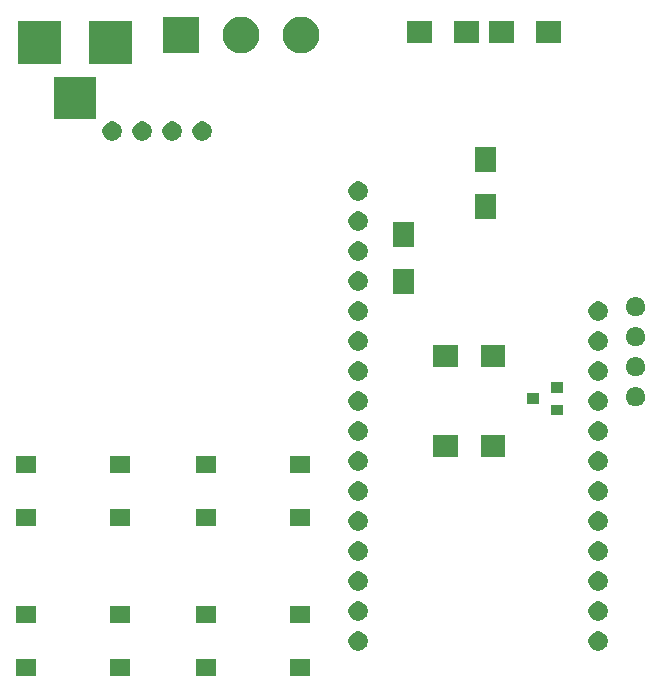
<source format=gbr>
G04 #@! TF.GenerationSoftware,KiCad,Pcbnew,(5.1.0)-1*
G04 #@! TF.CreationDate,2019-06-12T13:49:38+02:00*
G04 #@! TF.ProjectId,me-freeled,6d652d66-7265-4656-9c65-642e6b696361,rev?*
G04 #@! TF.SameCoordinates,Original*
G04 #@! TF.FileFunction,Soldermask,Top*
G04 #@! TF.FilePolarity,Negative*
%FSLAX46Y46*%
G04 Gerber Fmt 4.6, Leading zero omitted, Abs format (unit mm)*
G04 Created by KiCad (PCBNEW (5.1.0)-1) date 2019-06-12 13:49:38*
%MOMM*%
%LPD*%
G04 APERTURE LIST*
%ADD10C,0.100000*%
G04 APERTURE END LIST*
D10*
G36*
X51791000Y-112171000D02*
G01*
X50139000Y-112171000D01*
X50139000Y-110769000D01*
X51791000Y-110769000D01*
X51791000Y-112171000D01*
X51791000Y-112171000D01*
G37*
G36*
X43841000Y-112171000D02*
G01*
X42189000Y-112171000D01*
X42189000Y-110769000D01*
X43841000Y-110769000D01*
X43841000Y-112171000D01*
X43841000Y-112171000D01*
G37*
G36*
X36551000Y-112171000D02*
G01*
X34899000Y-112171000D01*
X34899000Y-110769000D01*
X36551000Y-110769000D01*
X36551000Y-112171000D01*
X36551000Y-112171000D01*
G37*
G36*
X28601000Y-112171000D02*
G01*
X26949000Y-112171000D01*
X26949000Y-110769000D01*
X28601000Y-110769000D01*
X28601000Y-112171000D01*
X28601000Y-112171000D01*
G37*
G36*
X56117142Y-108438242D02*
G01*
X56265101Y-108499529D01*
X56398255Y-108588499D01*
X56511501Y-108701745D01*
X56600471Y-108834899D01*
X56661758Y-108982858D01*
X56693000Y-109139925D01*
X56693000Y-109300075D01*
X56661758Y-109457142D01*
X56600471Y-109605101D01*
X56511501Y-109738255D01*
X56398255Y-109851501D01*
X56265101Y-109940471D01*
X56117142Y-110001758D01*
X55960075Y-110033000D01*
X55799925Y-110033000D01*
X55642858Y-110001758D01*
X55494899Y-109940471D01*
X55361745Y-109851501D01*
X55248499Y-109738255D01*
X55159529Y-109605101D01*
X55098242Y-109457142D01*
X55067000Y-109300075D01*
X55067000Y-109139925D01*
X55098242Y-108982858D01*
X55159529Y-108834899D01*
X55248499Y-108701745D01*
X55361745Y-108588499D01*
X55494899Y-108499529D01*
X55642858Y-108438242D01*
X55799925Y-108407000D01*
X55960075Y-108407000D01*
X56117142Y-108438242D01*
X56117142Y-108438242D01*
G37*
G36*
X76437142Y-108438242D02*
G01*
X76585101Y-108499529D01*
X76718255Y-108588499D01*
X76831501Y-108701745D01*
X76920471Y-108834899D01*
X76981758Y-108982858D01*
X77013000Y-109139925D01*
X77013000Y-109300075D01*
X76981758Y-109457142D01*
X76920471Y-109605101D01*
X76831501Y-109738255D01*
X76718255Y-109851501D01*
X76585101Y-109940471D01*
X76437142Y-110001758D01*
X76280075Y-110033000D01*
X76119925Y-110033000D01*
X75962858Y-110001758D01*
X75814899Y-109940471D01*
X75681745Y-109851501D01*
X75568499Y-109738255D01*
X75479529Y-109605101D01*
X75418242Y-109457142D01*
X75387000Y-109300075D01*
X75387000Y-109139925D01*
X75418242Y-108982858D01*
X75479529Y-108834899D01*
X75568499Y-108701745D01*
X75681745Y-108588499D01*
X75814899Y-108499529D01*
X75962858Y-108438242D01*
X76119925Y-108407000D01*
X76280075Y-108407000D01*
X76437142Y-108438242D01*
X76437142Y-108438242D01*
G37*
G36*
X43841000Y-107671000D02*
G01*
X42189000Y-107671000D01*
X42189000Y-106269000D01*
X43841000Y-106269000D01*
X43841000Y-107671000D01*
X43841000Y-107671000D01*
G37*
G36*
X36551000Y-107671000D02*
G01*
X34899000Y-107671000D01*
X34899000Y-106269000D01*
X36551000Y-106269000D01*
X36551000Y-107671000D01*
X36551000Y-107671000D01*
G37*
G36*
X28601000Y-107671000D02*
G01*
X26949000Y-107671000D01*
X26949000Y-106269000D01*
X28601000Y-106269000D01*
X28601000Y-107671000D01*
X28601000Y-107671000D01*
G37*
G36*
X51791000Y-107671000D02*
G01*
X50139000Y-107671000D01*
X50139000Y-106269000D01*
X51791000Y-106269000D01*
X51791000Y-107671000D01*
X51791000Y-107671000D01*
G37*
G36*
X76437142Y-105898242D02*
G01*
X76585101Y-105959529D01*
X76718255Y-106048499D01*
X76831501Y-106161745D01*
X76920471Y-106294899D01*
X76981758Y-106442858D01*
X77013000Y-106599925D01*
X77013000Y-106760075D01*
X76981758Y-106917142D01*
X76920471Y-107065101D01*
X76831501Y-107198255D01*
X76718255Y-107311501D01*
X76585101Y-107400471D01*
X76437142Y-107461758D01*
X76280075Y-107493000D01*
X76119925Y-107493000D01*
X75962858Y-107461758D01*
X75814899Y-107400471D01*
X75681745Y-107311501D01*
X75568499Y-107198255D01*
X75479529Y-107065101D01*
X75418242Y-106917142D01*
X75387000Y-106760075D01*
X75387000Y-106599925D01*
X75418242Y-106442858D01*
X75479529Y-106294899D01*
X75568499Y-106161745D01*
X75681745Y-106048499D01*
X75814899Y-105959529D01*
X75962858Y-105898242D01*
X76119925Y-105867000D01*
X76280075Y-105867000D01*
X76437142Y-105898242D01*
X76437142Y-105898242D01*
G37*
G36*
X56117142Y-105898242D02*
G01*
X56265101Y-105959529D01*
X56398255Y-106048499D01*
X56511501Y-106161745D01*
X56600471Y-106294899D01*
X56661758Y-106442858D01*
X56693000Y-106599925D01*
X56693000Y-106760075D01*
X56661758Y-106917142D01*
X56600471Y-107065101D01*
X56511501Y-107198255D01*
X56398255Y-107311501D01*
X56265101Y-107400471D01*
X56117142Y-107461758D01*
X55960075Y-107493000D01*
X55799925Y-107493000D01*
X55642858Y-107461758D01*
X55494899Y-107400471D01*
X55361745Y-107311501D01*
X55248499Y-107198255D01*
X55159529Y-107065101D01*
X55098242Y-106917142D01*
X55067000Y-106760075D01*
X55067000Y-106599925D01*
X55098242Y-106442858D01*
X55159529Y-106294899D01*
X55248499Y-106161745D01*
X55361745Y-106048499D01*
X55494899Y-105959529D01*
X55642858Y-105898242D01*
X55799925Y-105867000D01*
X55960075Y-105867000D01*
X56117142Y-105898242D01*
X56117142Y-105898242D01*
G37*
G36*
X76437142Y-103358242D02*
G01*
X76585101Y-103419529D01*
X76718255Y-103508499D01*
X76831501Y-103621745D01*
X76920471Y-103754899D01*
X76981758Y-103902858D01*
X77013000Y-104059925D01*
X77013000Y-104220075D01*
X76981758Y-104377142D01*
X76920471Y-104525101D01*
X76831501Y-104658255D01*
X76718255Y-104771501D01*
X76585101Y-104860471D01*
X76437142Y-104921758D01*
X76280075Y-104953000D01*
X76119925Y-104953000D01*
X75962858Y-104921758D01*
X75814899Y-104860471D01*
X75681745Y-104771501D01*
X75568499Y-104658255D01*
X75479529Y-104525101D01*
X75418242Y-104377142D01*
X75387000Y-104220075D01*
X75387000Y-104059925D01*
X75418242Y-103902858D01*
X75479529Y-103754899D01*
X75568499Y-103621745D01*
X75681745Y-103508499D01*
X75814899Y-103419529D01*
X75962858Y-103358242D01*
X76119925Y-103327000D01*
X76280075Y-103327000D01*
X76437142Y-103358242D01*
X76437142Y-103358242D01*
G37*
G36*
X56117142Y-103358242D02*
G01*
X56265101Y-103419529D01*
X56398255Y-103508499D01*
X56511501Y-103621745D01*
X56600471Y-103754899D01*
X56661758Y-103902858D01*
X56693000Y-104059925D01*
X56693000Y-104220075D01*
X56661758Y-104377142D01*
X56600471Y-104525101D01*
X56511501Y-104658255D01*
X56398255Y-104771501D01*
X56265101Y-104860471D01*
X56117142Y-104921758D01*
X55960075Y-104953000D01*
X55799925Y-104953000D01*
X55642858Y-104921758D01*
X55494899Y-104860471D01*
X55361745Y-104771501D01*
X55248499Y-104658255D01*
X55159529Y-104525101D01*
X55098242Y-104377142D01*
X55067000Y-104220075D01*
X55067000Y-104059925D01*
X55098242Y-103902858D01*
X55159529Y-103754899D01*
X55248499Y-103621745D01*
X55361745Y-103508499D01*
X55494899Y-103419529D01*
X55642858Y-103358242D01*
X55799925Y-103327000D01*
X55960075Y-103327000D01*
X56117142Y-103358242D01*
X56117142Y-103358242D01*
G37*
G36*
X76437142Y-100818242D02*
G01*
X76585101Y-100879529D01*
X76718255Y-100968499D01*
X76831501Y-101081745D01*
X76920471Y-101214899D01*
X76981758Y-101362858D01*
X77013000Y-101519925D01*
X77013000Y-101680075D01*
X76981758Y-101837142D01*
X76920471Y-101985101D01*
X76831501Y-102118255D01*
X76718255Y-102231501D01*
X76585101Y-102320471D01*
X76437142Y-102381758D01*
X76280075Y-102413000D01*
X76119925Y-102413000D01*
X75962858Y-102381758D01*
X75814899Y-102320471D01*
X75681745Y-102231501D01*
X75568499Y-102118255D01*
X75479529Y-101985101D01*
X75418242Y-101837142D01*
X75387000Y-101680075D01*
X75387000Y-101519925D01*
X75418242Y-101362858D01*
X75479529Y-101214899D01*
X75568499Y-101081745D01*
X75681745Y-100968499D01*
X75814899Y-100879529D01*
X75962858Y-100818242D01*
X76119925Y-100787000D01*
X76280075Y-100787000D01*
X76437142Y-100818242D01*
X76437142Y-100818242D01*
G37*
G36*
X56117142Y-100818242D02*
G01*
X56265101Y-100879529D01*
X56398255Y-100968499D01*
X56511501Y-101081745D01*
X56600471Y-101214899D01*
X56661758Y-101362858D01*
X56693000Y-101519925D01*
X56693000Y-101680075D01*
X56661758Y-101837142D01*
X56600471Y-101985101D01*
X56511501Y-102118255D01*
X56398255Y-102231501D01*
X56265101Y-102320471D01*
X56117142Y-102381758D01*
X55960075Y-102413000D01*
X55799925Y-102413000D01*
X55642858Y-102381758D01*
X55494899Y-102320471D01*
X55361745Y-102231501D01*
X55248499Y-102118255D01*
X55159529Y-101985101D01*
X55098242Y-101837142D01*
X55067000Y-101680075D01*
X55067000Y-101519925D01*
X55098242Y-101362858D01*
X55159529Y-101214899D01*
X55248499Y-101081745D01*
X55361745Y-100968499D01*
X55494899Y-100879529D01*
X55642858Y-100818242D01*
X55799925Y-100787000D01*
X55960075Y-100787000D01*
X56117142Y-100818242D01*
X56117142Y-100818242D01*
G37*
G36*
X56117142Y-98278242D02*
G01*
X56265101Y-98339529D01*
X56398255Y-98428499D01*
X56511501Y-98541745D01*
X56600471Y-98674899D01*
X56661758Y-98822858D01*
X56693000Y-98979925D01*
X56693000Y-99140075D01*
X56661758Y-99297142D01*
X56600471Y-99445101D01*
X56511501Y-99578255D01*
X56398255Y-99691501D01*
X56265101Y-99780471D01*
X56117142Y-99841758D01*
X55960075Y-99873000D01*
X55799925Y-99873000D01*
X55642858Y-99841758D01*
X55494899Y-99780471D01*
X55361745Y-99691501D01*
X55248499Y-99578255D01*
X55159529Y-99445101D01*
X55098242Y-99297142D01*
X55067000Y-99140075D01*
X55067000Y-98979925D01*
X55098242Y-98822858D01*
X55159529Y-98674899D01*
X55248499Y-98541745D01*
X55361745Y-98428499D01*
X55494899Y-98339529D01*
X55642858Y-98278242D01*
X55799925Y-98247000D01*
X55960075Y-98247000D01*
X56117142Y-98278242D01*
X56117142Y-98278242D01*
G37*
G36*
X76437142Y-98278242D02*
G01*
X76585101Y-98339529D01*
X76718255Y-98428499D01*
X76831501Y-98541745D01*
X76920471Y-98674899D01*
X76981758Y-98822858D01*
X77013000Y-98979925D01*
X77013000Y-99140075D01*
X76981758Y-99297142D01*
X76920471Y-99445101D01*
X76831501Y-99578255D01*
X76718255Y-99691501D01*
X76585101Y-99780471D01*
X76437142Y-99841758D01*
X76280075Y-99873000D01*
X76119925Y-99873000D01*
X75962858Y-99841758D01*
X75814899Y-99780471D01*
X75681745Y-99691501D01*
X75568499Y-99578255D01*
X75479529Y-99445101D01*
X75418242Y-99297142D01*
X75387000Y-99140075D01*
X75387000Y-98979925D01*
X75418242Y-98822858D01*
X75479529Y-98674899D01*
X75568499Y-98541745D01*
X75681745Y-98428499D01*
X75814899Y-98339529D01*
X75962858Y-98278242D01*
X76119925Y-98247000D01*
X76280075Y-98247000D01*
X76437142Y-98278242D01*
X76437142Y-98278242D01*
G37*
G36*
X28601000Y-99471000D02*
G01*
X26949000Y-99471000D01*
X26949000Y-98069000D01*
X28601000Y-98069000D01*
X28601000Y-99471000D01*
X28601000Y-99471000D01*
G37*
G36*
X36551000Y-99471000D02*
G01*
X34899000Y-99471000D01*
X34899000Y-98069000D01*
X36551000Y-98069000D01*
X36551000Y-99471000D01*
X36551000Y-99471000D01*
G37*
G36*
X43841000Y-99471000D02*
G01*
X42189000Y-99471000D01*
X42189000Y-98069000D01*
X43841000Y-98069000D01*
X43841000Y-99471000D01*
X43841000Y-99471000D01*
G37*
G36*
X51791000Y-99471000D02*
G01*
X50139000Y-99471000D01*
X50139000Y-98069000D01*
X51791000Y-98069000D01*
X51791000Y-99471000D01*
X51791000Y-99471000D01*
G37*
G36*
X56117142Y-95738242D02*
G01*
X56265101Y-95799529D01*
X56398255Y-95888499D01*
X56511501Y-96001745D01*
X56600471Y-96134899D01*
X56661758Y-96282858D01*
X56693000Y-96439925D01*
X56693000Y-96600075D01*
X56661758Y-96757142D01*
X56600471Y-96905101D01*
X56511501Y-97038255D01*
X56398255Y-97151501D01*
X56265101Y-97240471D01*
X56117142Y-97301758D01*
X55960075Y-97333000D01*
X55799925Y-97333000D01*
X55642858Y-97301758D01*
X55494899Y-97240471D01*
X55361745Y-97151501D01*
X55248499Y-97038255D01*
X55159529Y-96905101D01*
X55098242Y-96757142D01*
X55067000Y-96600075D01*
X55067000Y-96439925D01*
X55098242Y-96282858D01*
X55159529Y-96134899D01*
X55248499Y-96001745D01*
X55361745Y-95888499D01*
X55494899Y-95799529D01*
X55642858Y-95738242D01*
X55799925Y-95707000D01*
X55960075Y-95707000D01*
X56117142Y-95738242D01*
X56117142Y-95738242D01*
G37*
G36*
X76437142Y-95738242D02*
G01*
X76585101Y-95799529D01*
X76718255Y-95888499D01*
X76831501Y-96001745D01*
X76920471Y-96134899D01*
X76981758Y-96282858D01*
X77013000Y-96439925D01*
X77013000Y-96600075D01*
X76981758Y-96757142D01*
X76920471Y-96905101D01*
X76831501Y-97038255D01*
X76718255Y-97151501D01*
X76585101Y-97240471D01*
X76437142Y-97301758D01*
X76280075Y-97333000D01*
X76119925Y-97333000D01*
X75962858Y-97301758D01*
X75814899Y-97240471D01*
X75681745Y-97151501D01*
X75568499Y-97038255D01*
X75479529Y-96905101D01*
X75418242Y-96757142D01*
X75387000Y-96600075D01*
X75387000Y-96439925D01*
X75418242Y-96282858D01*
X75479529Y-96134899D01*
X75568499Y-96001745D01*
X75681745Y-95888499D01*
X75814899Y-95799529D01*
X75962858Y-95738242D01*
X76119925Y-95707000D01*
X76280075Y-95707000D01*
X76437142Y-95738242D01*
X76437142Y-95738242D01*
G37*
G36*
X43841000Y-94971000D02*
G01*
X42189000Y-94971000D01*
X42189000Y-93569000D01*
X43841000Y-93569000D01*
X43841000Y-94971000D01*
X43841000Y-94971000D01*
G37*
G36*
X51791000Y-94971000D02*
G01*
X50139000Y-94971000D01*
X50139000Y-93569000D01*
X51791000Y-93569000D01*
X51791000Y-94971000D01*
X51791000Y-94971000D01*
G37*
G36*
X36551000Y-94971000D02*
G01*
X34899000Y-94971000D01*
X34899000Y-93569000D01*
X36551000Y-93569000D01*
X36551000Y-94971000D01*
X36551000Y-94971000D01*
G37*
G36*
X28601000Y-94971000D02*
G01*
X26949000Y-94971000D01*
X26949000Y-93569000D01*
X28601000Y-93569000D01*
X28601000Y-94971000D01*
X28601000Y-94971000D01*
G37*
G36*
X56117142Y-93198242D02*
G01*
X56265101Y-93259529D01*
X56398255Y-93348499D01*
X56511501Y-93461745D01*
X56600471Y-93594899D01*
X56661758Y-93742858D01*
X56693000Y-93899925D01*
X56693000Y-94060075D01*
X56661758Y-94217142D01*
X56600471Y-94365101D01*
X56511501Y-94498255D01*
X56398255Y-94611501D01*
X56265101Y-94700471D01*
X56117142Y-94761758D01*
X55960075Y-94793000D01*
X55799925Y-94793000D01*
X55642858Y-94761758D01*
X55494899Y-94700471D01*
X55361745Y-94611501D01*
X55248499Y-94498255D01*
X55159529Y-94365101D01*
X55098242Y-94217142D01*
X55067000Y-94060075D01*
X55067000Y-93899925D01*
X55098242Y-93742858D01*
X55159529Y-93594899D01*
X55248499Y-93461745D01*
X55361745Y-93348499D01*
X55494899Y-93259529D01*
X55642858Y-93198242D01*
X55799925Y-93167000D01*
X55960075Y-93167000D01*
X56117142Y-93198242D01*
X56117142Y-93198242D01*
G37*
G36*
X76437142Y-93198242D02*
G01*
X76585101Y-93259529D01*
X76718255Y-93348499D01*
X76831501Y-93461745D01*
X76920471Y-93594899D01*
X76981758Y-93742858D01*
X77013000Y-93899925D01*
X77013000Y-94060075D01*
X76981758Y-94217142D01*
X76920471Y-94365101D01*
X76831501Y-94498255D01*
X76718255Y-94611501D01*
X76585101Y-94700471D01*
X76437142Y-94761758D01*
X76280075Y-94793000D01*
X76119925Y-94793000D01*
X75962858Y-94761758D01*
X75814899Y-94700471D01*
X75681745Y-94611501D01*
X75568499Y-94498255D01*
X75479529Y-94365101D01*
X75418242Y-94217142D01*
X75387000Y-94060075D01*
X75387000Y-93899925D01*
X75418242Y-93742858D01*
X75479529Y-93594899D01*
X75568499Y-93461745D01*
X75681745Y-93348499D01*
X75814899Y-93259529D01*
X75962858Y-93198242D01*
X76119925Y-93167000D01*
X76280075Y-93167000D01*
X76437142Y-93198242D01*
X76437142Y-93198242D01*
G37*
G36*
X68361000Y-93611000D02*
G01*
X66259000Y-93611000D01*
X66259000Y-91809000D01*
X68361000Y-91809000D01*
X68361000Y-93611000D01*
X68361000Y-93611000D01*
G37*
G36*
X64361000Y-93611000D02*
G01*
X62259000Y-93611000D01*
X62259000Y-91809000D01*
X64361000Y-91809000D01*
X64361000Y-93611000D01*
X64361000Y-93611000D01*
G37*
G36*
X56117142Y-90658242D02*
G01*
X56265101Y-90719529D01*
X56398255Y-90808499D01*
X56511501Y-90921745D01*
X56600471Y-91054899D01*
X56661758Y-91202858D01*
X56693000Y-91359925D01*
X56693000Y-91520075D01*
X56661758Y-91677142D01*
X56600471Y-91825101D01*
X56511501Y-91958255D01*
X56398255Y-92071501D01*
X56265101Y-92160471D01*
X56117142Y-92221758D01*
X55960075Y-92253000D01*
X55799925Y-92253000D01*
X55642858Y-92221758D01*
X55494899Y-92160471D01*
X55361745Y-92071501D01*
X55248499Y-91958255D01*
X55159529Y-91825101D01*
X55098242Y-91677142D01*
X55067000Y-91520075D01*
X55067000Y-91359925D01*
X55098242Y-91202858D01*
X55159529Y-91054899D01*
X55248499Y-90921745D01*
X55361745Y-90808499D01*
X55494899Y-90719529D01*
X55642858Y-90658242D01*
X55799925Y-90627000D01*
X55960075Y-90627000D01*
X56117142Y-90658242D01*
X56117142Y-90658242D01*
G37*
G36*
X76437142Y-90658242D02*
G01*
X76585101Y-90719529D01*
X76718255Y-90808499D01*
X76831501Y-90921745D01*
X76920471Y-91054899D01*
X76981758Y-91202858D01*
X77013000Y-91359925D01*
X77013000Y-91520075D01*
X76981758Y-91677142D01*
X76920471Y-91825101D01*
X76831501Y-91958255D01*
X76718255Y-92071501D01*
X76585101Y-92160471D01*
X76437142Y-92221758D01*
X76280075Y-92253000D01*
X76119925Y-92253000D01*
X75962858Y-92221758D01*
X75814899Y-92160471D01*
X75681745Y-92071501D01*
X75568499Y-91958255D01*
X75479529Y-91825101D01*
X75418242Y-91677142D01*
X75387000Y-91520075D01*
X75387000Y-91359925D01*
X75418242Y-91202858D01*
X75479529Y-91054899D01*
X75568499Y-90921745D01*
X75681745Y-90808499D01*
X75814899Y-90719529D01*
X75962858Y-90658242D01*
X76119925Y-90627000D01*
X76280075Y-90627000D01*
X76437142Y-90658242D01*
X76437142Y-90658242D01*
G37*
G36*
X73192500Y-90110500D02*
G01*
X72190500Y-90110500D01*
X72190500Y-89208500D01*
X73192500Y-89208500D01*
X73192500Y-90110500D01*
X73192500Y-90110500D01*
G37*
G36*
X76437142Y-88118242D02*
G01*
X76585101Y-88179529D01*
X76718255Y-88268499D01*
X76831501Y-88381745D01*
X76920471Y-88514899D01*
X76981758Y-88662858D01*
X77013000Y-88819925D01*
X77013000Y-88980075D01*
X76981758Y-89137142D01*
X76920471Y-89285101D01*
X76831501Y-89418255D01*
X76718255Y-89531501D01*
X76585101Y-89620471D01*
X76437142Y-89681758D01*
X76280075Y-89713000D01*
X76119925Y-89713000D01*
X75962858Y-89681758D01*
X75814899Y-89620471D01*
X75681745Y-89531501D01*
X75568499Y-89418255D01*
X75479529Y-89285101D01*
X75418242Y-89137142D01*
X75387000Y-88980075D01*
X75387000Y-88819925D01*
X75418242Y-88662858D01*
X75479529Y-88514899D01*
X75568499Y-88381745D01*
X75681745Y-88268499D01*
X75814899Y-88179529D01*
X75962858Y-88118242D01*
X76119925Y-88087000D01*
X76280075Y-88087000D01*
X76437142Y-88118242D01*
X76437142Y-88118242D01*
G37*
G36*
X56117142Y-88118242D02*
G01*
X56265101Y-88179529D01*
X56398255Y-88268499D01*
X56511501Y-88381745D01*
X56600471Y-88514899D01*
X56661758Y-88662858D01*
X56693000Y-88819925D01*
X56693000Y-88980075D01*
X56661758Y-89137142D01*
X56600471Y-89285101D01*
X56511501Y-89418255D01*
X56398255Y-89531501D01*
X56265101Y-89620471D01*
X56117142Y-89681758D01*
X55960075Y-89713000D01*
X55799925Y-89713000D01*
X55642858Y-89681758D01*
X55494899Y-89620471D01*
X55361745Y-89531501D01*
X55248499Y-89418255D01*
X55159529Y-89285101D01*
X55098242Y-89137142D01*
X55067000Y-88980075D01*
X55067000Y-88819925D01*
X55098242Y-88662858D01*
X55159529Y-88514899D01*
X55248499Y-88381745D01*
X55361745Y-88268499D01*
X55494899Y-88179529D01*
X55642858Y-88118242D01*
X55799925Y-88087000D01*
X55960075Y-88087000D01*
X56117142Y-88118242D01*
X56117142Y-88118242D01*
G37*
G36*
X79613017Y-87734358D02*
G01*
X79687270Y-87765115D01*
X79761521Y-87795870D01*
X79761522Y-87795871D01*
X79895167Y-87885169D01*
X80008831Y-87998833D01*
X80067742Y-88087000D01*
X80098130Y-88132479D01*
X80117618Y-88179529D01*
X80159642Y-88280983D01*
X80191000Y-88438630D01*
X80191000Y-88599370D01*
X80159642Y-88757017D01*
X80133584Y-88819926D01*
X80098130Y-88905521D01*
X80098129Y-88905522D01*
X80008831Y-89039167D01*
X79895167Y-89152831D01*
X79811852Y-89208500D01*
X79761521Y-89242130D01*
X79613017Y-89303642D01*
X79455370Y-89335000D01*
X79294630Y-89335000D01*
X79136983Y-89303642D01*
X78988479Y-89242130D01*
X78938148Y-89208500D01*
X78854833Y-89152831D01*
X78741169Y-89039167D01*
X78651871Y-88905522D01*
X78651870Y-88905521D01*
X78616416Y-88819926D01*
X78590358Y-88757017D01*
X78559000Y-88599370D01*
X78559000Y-88438630D01*
X78590358Y-88280983D01*
X78632382Y-88179529D01*
X78651870Y-88132479D01*
X78682258Y-88087000D01*
X78741169Y-87998833D01*
X78854833Y-87885169D01*
X78988478Y-87795871D01*
X78988479Y-87795870D01*
X79062730Y-87765115D01*
X79136983Y-87734358D01*
X79294630Y-87703000D01*
X79455370Y-87703000D01*
X79613017Y-87734358D01*
X79613017Y-87734358D01*
G37*
G36*
X71192500Y-89160500D02*
G01*
X70190500Y-89160500D01*
X70190500Y-88258500D01*
X71192500Y-88258500D01*
X71192500Y-89160500D01*
X71192500Y-89160500D01*
G37*
G36*
X73192500Y-88210500D02*
G01*
X72190500Y-88210500D01*
X72190500Y-87308500D01*
X73192500Y-87308500D01*
X73192500Y-88210500D01*
X73192500Y-88210500D01*
G37*
G36*
X56117142Y-85578242D02*
G01*
X56265101Y-85639529D01*
X56398255Y-85728499D01*
X56511501Y-85841745D01*
X56600471Y-85974899D01*
X56661758Y-86122858D01*
X56693000Y-86279925D01*
X56693000Y-86440075D01*
X56661758Y-86597142D01*
X56600471Y-86745101D01*
X56511501Y-86878255D01*
X56398255Y-86991501D01*
X56265101Y-87080471D01*
X56117142Y-87141758D01*
X55960075Y-87173000D01*
X55799925Y-87173000D01*
X55642858Y-87141758D01*
X55494899Y-87080471D01*
X55361745Y-86991501D01*
X55248499Y-86878255D01*
X55159529Y-86745101D01*
X55098242Y-86597142D01*
X55067000Y-86440075D01*
X55067000Y-86279925D01*
X55098242Y-86122858D01*
X55159529Y-85974899D01*
X55248499Y-85841745D01*
X55361745Y-85728499D01*
X55494899Y-85639529D01*
X55642858Y-85578242D01*
X55799925Y-85547000D01*
X55960075Y-85547000D01*
X56117142Y-85578242D01*
X56117142Y-85578242D01*
G37*
G36*
X76437142Y-85578242D02*
G01*
X76585101Y-85639529D01*
X76718255Y-85728499D01*
X76831501Y-85841745D01*
X76920471Y-85974899D01*
X76981758Y-86122858D01*
X77013000Y-86279925D01*
X77013000Y-86440075D01*
X76981758Y-86597142D01*
X76920471Y-86745101D01*
X76831501Y-86878255D01*
X76718255Y-86991501D01*
X76585101Y-87080471D01*
X76437142Y-87141758D01*
X76280075Y-87173000D01*
X76119925Y-87173000D01*
X75962858Y-87141758D01*
X75814899Y-87080471D01*
X75681745Y-86991501D01*
X75568499Y-86878255D01*
X75479529Y-86745101D01*
X75418242Y-86597142D01*
X75387000Y-86440075D01*
X75387000Y-86279925D01*
X75418242Y-86122858D01*
X75479529Y-85974899D01*
X75568499Y-85841745D01*
X75681745Y-85728499D01*
X75814899Y-85639529D01*
X75962858Y-85578242D01*
X76119925Y-85547000D01*
X76280075Y-85547000D01*
X76437142Y-85578242D01*
X76437142Y-85578242D01*
G37*
G36*
X79613017Y-85194358D02*
G01*
X79687270Y-85225115D01*
X79761521Y-85255870D01*
X79761522Y-85255871D01*
X79895167Y-85345169D01*
X80008831Y-85458833D01*
X80067742Y-85547000D01*
X80098130Y-85592479D01*
X80117618Y-85639529D01*
X80159642Y-85740983D01*
X80191000Y-85898630D01*
X80191000Y-86059370D01*
X80159642Y-86217017D01*
X80133584Y-86279926D01*
X80098130Y-86365521D01*
X80098129Y-86365522D01*
X80008831Y-86499167D01*
X79895167Y-86612831D01*
X79794933Y-86679805D01*
X79761521Y-86702130D01*
X79613017Y-86763642D01*
X79455370Y-86795000D01*
X79294630Y-86795000D01*
X79136983Y-86763642D01*
X78988479Y-86702130D01*
X78955067Y-86679805D01*
X78854833Y-86612831D01*
X78741169Y-86499167D01*
X78651871Y-86365522D01*
X78651870Y-86365521D01*
X78616416Y-86279926D01*
X78590358Y-86217017D01*
X78559000Y-86059370D01*
X78559000Y-85898630D01*
X78590358Y-85740983D01*
X78632382Y-85639529D01*
X78651870Y-85592479D01*
X78682258Y-85547000D01*
X78741169Y-85458833D01*
X78854833Y-85345169D01*
X78988478Y-85255871D01*
X78988479Y-85255870D01*
X79062730Y-85225115D01*
X79136983Y-85194358D01*
X79294630Y-85163000D01*
X79455370Y-85163000D01*
X79613017Y-85194358D01*
X79613017Y-85194358D01*
G37*
G36*
X64361000Y-85991000D02*
G01*
X62259000Y-85991000D01*
X62259000Y-84189000D01*
X64361000Y-84189000D01*
X64361000Y-85991000D01*
X64361000Y-85991000D01*
G37*
G36*
X68361000Y-85991000D02*
G01*
X66259000Y-85991000D01*
X66259000Y-84189000D01*
X68361000Y-84189000D01*
X68361000Y-85991000D01*
X68361000Y-85991000D01*
G37*
G36*
X76437142Y-83038242D02*
G01*
X76585101Y-83099529D01*
X76718255Y-83188499D01*
X76831501Y-83301745D01*
X76920471Y-83434899D01*
X76981758Y-83582858D01*
X77013000Y-83739925D01*
X77013000Y-83900075D01*
X76981758Y-84057142D01*
X76920471Y-84205101D01*
X76831501Y-84338255D01*
X76718255Y-84451501D01*
X76585101Y-84540471D01*
X76437142Y-84601758D01*
X76280075Y-84633000D01*
X76119925Y-84633000D01*
X75962858Y-84601758D01*
X75814899Y-84540471D01*
X75681745Y-84451501D01*
X75568499Y-84338255D01*
X75479529Y-84205101D01*
X75418242Y-84057142D01*
X75387000Y-83900075D01*
X75387000Y-83739925D01*
X75418242Y-83582858D01*
X75479529Y-83434899D01*
X75568499Y-83301745D01*
X75681745Y-83188499D01*
X75814899Y-83099529D01*
X75962858Y-83038242D01*
X76119925Y-83007000D01*
X76280075Y-83007000D01*
X76437142Y-83038242D01*
X76437142Y-83038242D01*
G37*
G36*
X56117142Y-83038242D02*
G01*
X56265101Y-83099529D01*
X56398255Y-83188499D01*
X56511501Y-83301745D01*
X56600471Y-83434899D01*
X56661758Y-83582858D01*
X56693000Y-83739925D01*
X56693000Y-83900075D01*
X56661758Y-84057142D01*
X56600471Y-84205101D01*
X56511501Y-84338255D01*
X56398255Y-84451501D01*
X56265101Y-84540471D01*
X56117142Y-84601758D01*
X55960075Y-84633000D01*
X55799925Y-84633000D01*
X55642858Y-84601758D01*
X55494899Y-84540471D01*
X55361745Y-84451501D01*
X55248499Y-84338255D01*
X55159529Y-84205101D01*
X55098242Y-84057142D01*
X55067000Y-83900075D01*
X55067000Y-83739925D01*
X55098242Y-83582858D01*
X55159529Y-83434899D01*
X55248499Y-83301745D01*
X55361745Y-83188499D01*
X55494899Y-83099529D01*
X55642858Y-83038242D01*
X55799925Y-83007000D01*
X55960075Y-83007000D01*
X56117142Y-83038242D01*
X56117142Y-83038242D01*
G37*
G36*
X79613017Y-82654358D02*
G01*
X79687270Y-82685115D01*
X79761521Y-82715870D01*
X79761522Y-82715871D01*
X79895167Y-82805169D01*
X80008831Y-82918833D01*
X80067742Y-83007000D01*
X80098130Y-83052479D01*
X80117618Y-83099529D01*
X80159642Y-83200983D01*
X80191000Y-83358630D01*
X80191000Y-83519370D01*
X80159642Y-83677017D01*
X80133584Y-83739926D01*
X80098130Y-83825521D01*
X80098129Y-83825522D01*
X80008831Y-83959167D01*
X79895167Y-84072831D01*
X79794933Y-84139805D01*
X79761521Y-84162130D01*
X79696650Y-84189000D01*
X79613017Y-84223642D01*
X79455370Y-84255000D01*
X79294630Y-84255000D01*
X79136983Y-84223642D01*
X79053350Y-84189000D01*
X78988479Y-84162130D01*
X78955067Y-84139805D01*
X78854833Y-84072831D01*
X78741169Y-83959167D01*
X78651871Y-83825522D01*
X78651870Y-83825521D01*
X78616416Y-83739926D01*
X78590358Y-83677017D01*
X78559000Y-83519370D01*
X78559000Y-83358630D01*
X78590358Y-83200983D01*
X78632382Y-83099529D01*
X78651870Y-83052479D01*
X78682258Y-83007000D01*
X78741169Y-82918833D01*
X78854833Y-82805169D01*
X78988478Y-82715871D01*
X78988479Y-82715870D01*
X79062730Y-82685115D01*
X79136983Y-82654358D01*
X79294630Y-82623000D01*
X79455370Y-82623000D01*
X79613017Y-82654358D01*
X79613017Y-82654358D01*
G37*
G36*
X76437142Y-80498242D02*
G01*
X76585101Y-80559529D01*
X76718255Y-80648499D01*
X76831501Y-80761745D01*
X76920471Y-80894899D01*
X76981758Y-81042858D01*
X77013000Y-81199925D01*
X77013000Y-81360075D01*
X76981758Y-81517142D01*
X76920471Y-81665101D01*
X76831501Y-81798255D01*
X76718255Y-81911501D01*
X76585101Y-82000471D01*
X76437142Y-82061758D01*
X76280075Y-82093000D01*
X76119925Y-82093000D01*
X75962858Y-82061758D01*
X75814899Y-82000471D01*
X75681745Y-81911501D01*
X75568499Y-81798255D01*
X75479529Y-81665101D01*
X75418242Y-81517142D01*
X75387000Y-81360075D01*
X75387000Y-81199925D01*
X75418242Y-81042858D01*
X75479529Y-80894899D01*
X75568499Y-80761745D01*
X75681745Y-80648499D01*
X75814899Y-80559529D01*
X75962858Y-80498242D01*
X76119925Y-80467000D01*
X76280075Y-80467000D01*
X76437142Y-80498242D01*
X76437142Y-80498242D01*
G37*
G36*
X56117142Y-80498242D02*
G01*
X56265101Y-80559529D01*
X56398255Y-80648499D01*
X56511501Y-80761745D01*
X56600471Y-80894899D01*
X56661758Y-81042858D01*
X56693000Y-81199925D01*
X56693000Y-81360075D01*
X56661758Y-81517142D01*
X56600471Y-81665101D01*
X56511501Y-81798255D01*
X56398255Y-81911501D01*
X56265101Y-82000471D01*
X56117142Y-82061758D01*
X55960075Y-82093000D01*
X55799925Y-82093000D01*
X55642858Y-82061758D01*
X55494899Y-82000471D01*
X55361745Y-81911501D01*
X55248499Y-81798255D01*
X55159529Y-81665101D01*
X55098242Y-81517142D01*
X55067000Y-81360075D01*
X55067000Y-81199925D01*
X55098242Y-81042858D01*
X55159529Y-80894899D01*
X55248499Y-80761745D01*
X55361745Y-80648499D01*
X55494899Y-80559529D01*
X55642858Y-80498242D01*
X55799925Y-80467000D01*
X55960075Y-80467000D01*
X56117142Y-80498242D01*
X56117142Y-80498242D01*
G37*
G36*
X79613017Y-80114358D02*
G01*
X79687270Y-80145115D01*
X79761521Y-80175870D01*
X79761522Y-80175871D01*
X79895167Y-80265169D01*
X80008831Y-80378833D01*
X80067742Y-80467000D01*
X80098130Y-80512479D01*
X80117618Y-80559529D01*
X80159642Y-80660983D01*
X80191000Y-80818630D01*
X80191000Y-80979370D01*
X80159642Y-81137017D01*
X80133584Y-81199926D01*
X80098130Y-81285521D01*
X80098129Y-81285522D01*
X80008831Y-81419167D01*
X79895167Y-81532831D01*
X79794933Y-81599804D01*
X79761521Y-81622130D01*
X79613017Y-81683642D01*
X79455370Y-81715000D01*
X79294630Y-81715000D01*
X79136983Y-81683642D01*
X78988479Y-81622130D01*
X78955067Y-81599804D01*
X78854833Y-81532831D01*
X78741169Y-81419167D01*
X78651871Y-81285522D01*
X78651870Y-81285521D01*
X78616416Y-81199926D01*
X78590358Y-81137017D01*
X78559000Y-80979370D01*
X78559000Y-80818630D01*
X78590358Y-80660983D01*
X78632382Y-80559529D01*
X78651870Y-80512479D01*
X78682258Y-80467000D01*
X78741169Y-80378833D01*
X78854833Y-80265169D01*
X78988478Y-80175871D01*
X78988479Y-80175870D01*
X79062730Y-80145115D01*
X79136983Y-80114358D01*
X79294630Y-80083000D01*
X79455370Y-80083000D01*
X79613017Y-80114358D01*
X79613017Y-80114358D01*
G37*
G36*
X60654500Y-79854500D02*
G01*
X58852500Y-79854500D01*
X58852500Y-77752500D01*
X60654500Y-77752500D01*
X60654500Y-79854500D01*
X60654500Y-79854500D01*
G37*
G36*
X56117142Y-77958242D02*
G01*
X56265101Y-78019529D01*
X56398255Y-78108499D01*
X56511501Y-78221745D01*
X56600471Y-78354899D01*
X56661758Y-78502858D01*
X56693000Y-78659925D01*
X56693000Y-78820075D01*
X56661758Y-78977142D01*
X56600471Y-79125101D01*
X56511501Y-79258255D01*
X56398255Y-79371501D01*
X56265101Y-79460471D01*
X56117142Y-79521758D01*
X55960075Y-79553000D01*
X55799925Y-79553000D01*
X55642858Y-79521758D01*
X55494899Y-79460471D01*
X55361745Y-79371501D01*
X55248499Y-79258255D01*
X55159529Y-79125101D01*
X55098242Y-78977142D01*
X55067000Y-78820075D01*
X55067000Y-78659925D01*
X55098242Y-78502858D01*
X55159529Y-78354899D01*
X55248499Y-78221745D01*
X55361745Y-78108499D01*
X55494899Y-78019529D01*
X55642858Y-77958242D01*
X55799925Y-77927000D01*
X55960075Y-77927000D01*
X56117142Y-77958242D01*
X56117142Y-77958242D01*
G37*
G36*
X56117142Y-75418242D02*
G01*
X56265101Y-75479529D01*
X56398255Y-75568499D01*
X56511501Y-75681745D01*
X56600471Y-75814899D01*
X56661758Y-75962858D01*
X56693000Y-76119925D01*
X56693000Y-76280075D01*
X56661758Y-76437142D01*
X56600471Y-76585101D01*
X56511501Y-76718255D01*
X56398255Y-76831501D01*
X56265101Y-76920471D01*
X56117142Y-76981758D01*
X55960075Y-77013000D01*
X55799925Y-77013000D01*
X55642858Y-76981758D01*
X55494899Y-76920471D01*
X55361745Y-76831501D01*
X55248499Y-76718255D01*
X55159529Y-76585101D01*
X55098242Y-76437142D01*
X55067000Y-76280075D01*
X55067000Y-76119925D01*
X55098242Y-75962858D01*
X55159529Y-75814899D01*
X55248499Y-75681745D01*
X55361745Y-75568499D01*
X55494899Y-75479529D01*
X55642858Y-75418242D01*
X55799925Y-75387000D01*
X55960075Y-75387000D01*
X56117142Y-75418242D01*
X56117142Y-75418242D01*
G37*
G36*
X60654500Y-75854500D02*
G01*
X58852500Y-75854500D01*
X58852500Y-73752500D01*
X60654500Y-73752500D01*
X60654500Y-75854500D01*
X60654500Y-75854500D01*
G37*
G36*
X56117142Y-72878242D02*
G01*
X56265101Y-72939529D01*
X56398255Y-73028499D01*
X56511501Y-73141745D01*
X56600471Y-73274899D01*
X56661758Y-73422858D01*
X56693000Y-73579925D01*
X56693000Y-73740075D01*
X56661758Y-73897142D01*
X56600471Y-74045101D01*
X56511501Y-74178255D01*
X56398255Y-74291501D01*
X56265101Y-74380471D01*
X56117142Y-74441758D01*
X55960075Y-74473000D01*
X55799925Y-74473000D01*
X55642858Y-74441758D01*
X55494899Y-74380471D01*
X55361745Y-74291501D01*
X55248499Y-74178255D01*
X55159529Y-74045101D01*
X55098242Y-73897142D01*
X55067000Y-73740075D01*
X55067000Y-73579925D01*
X55098242Y-73422858D01*
X55159529Y-73274899D01*
X55248499Y-73141745D01*
X55361745Y-73028499D01*
X55494899Y-72939529D01*
X55642858Y-72878242D01*
X55799925Y-72847000D01*
X55960075Y-72847000D01*
X56117142Y-72878242D01*
X56117142Y-72878242D01*
G37*
G36*
X67576000Y-73504000D02*
G01*
X65774000Y-73504000D01*
X65774000Y-71402000D01*
X67576000Y-71402000D01*
X67576000Y-73504000D01*
X67576000Y-73504000D01*
G37*
G36*
X56117142Y-70338242D02*
G01*
X56265101Y-70399529D01*
X56398255Y-70488499D01*
X56511501Y-70601745D01*
X56600471Y-70734899D01*
X56661758Y-70882858D01*
X56693000Y-71039925D01*
X56693000Y-71200075D01*
X56661758Y-71357142D01*
X56600471Y-71505101D01*
X56511501Y-71638255D01*
X56398255Y-71751501D01*
X56265101Y-71840471D01*
X56117142Y-71901758D01*
X55960075Y-71933000D01*
X55799925Y-71933000D01*
X55642858Y-71901758D01*
X55494899Y-71840471D01*
X55361745Y-71751501D01*
X55248499Y-71638255D01*
X55159529Y-71505101D01*
X55098242Y-71357142D01*
X55067000Y-71200075D01*
X55067000Y-71039925D01*
X55098242Y-70882858D01*
X55159529Y-70734899D01*
X55248499Y-70601745D01*
X55361745Y-70488499D01*
X55494899Y-70399529D01*
X55642858Y-70338242D01*
X55799925Y-70307000D01*
X55960075Y-70307000D01*
X56117142Y-70338242D01*
X56117142Y-70338242D01*
G37*
G36*
X67576000Y-69504000D02*
G01*
X65774000Y-69504000D01*
X65774000Y-67402000D01*
X67576000Y-67402000D01*
X67576000Y-69504000D01*
X67576000Y-69504000D01*
G37*
G36*
X40369142Y-65258242D02*
G01*
X40517101Y-65319529D01*
X40650255Y-65408499D01*
X40763501Y-65521745D01*
X40852471Y-65654899D01*
X40913758Y-65802858D01*
X40945000Y-65959925D01*
X40945000Y-66120075D01*
X40913758Y-66277142D01*
X40852471Y-66425101D01*
X40763501Y-66558255D01*
X40650255Y-66671501D01*
X40517101Y-66760471D01*
X40369142Y-66821758D01*
X40212075Y-66853000D01*
X40051925Y-66853000D01*
X39894858Y-66821758D01*
X39746899Y-66760471D01*
X39613745Y-66671501D01*
X39500499Y-66558255D01*
X39411529Y-66425101D01*
X39350242Y-66277142D01*
X39319000Y-66120075D01*
X39319000Y-65959925D01*
X39350242Y-65802858D01*
X39411529Y-65654899D01*
X39500499Y-65521745D01*
X39613745Y-65408499D01*
X39746899Y-65319529D01*
X39894858Y-65258242D01*
X40051925Y-65227000D01*
X40212075Y-65227000D01*
X40369142Y-65258242D01*
X40369142Y-65258242D01*
G37*
G36*
X42909142Y-65258242D02*
G01*
X43057101Y-65319529D01*
X43190255Y-65408499D01*
X43303501Y-65521745D01*
X43392471Y-65654899D01*
X43453758Y-65802858D01*
X43485000Y-65959925D01*
X43485000Y-66120075D01*
X43453758Y-66277142D01*
X43392471Y-66425101D01*
X43303501Y-66558255D01*
X43190255Y-66671501D01*
X43057101Y-66760471D01*
X42909142Y-66821758D01*
X42752075Y-66853000D01*
X42591925Y-66853000D01*
X42434858Y-66821758D01*
X42286899Y-66760471D01*
X42153745Y-66671501D01*
X42040499Y-66558255D01*
X41951529Y-66425101D01*
X41890242Y-66277142D01*
X41859000Y-66120075D01*
X41859000Y-65959925D01*
X41890242Y-65802858D01*
X41951529Y-65654899D01*
X42040499Y-65521745D01*
X42153745Y-65408499D01*
X42286899Y-65319529D01*
X42434858Y-65258242D01*
X42591925Y-65227000D01*
X42752075Y-65227000D01*
X42909142Y-65258242D01*
X42909142Y-65258242D01*
G37*
G36*
X35289142Y-65258242D02*
G01*
X35437101Y-65319529D01*
X35570255Y-65408499D01*
X35683501Y-65521745D01*
X35772471Y-65654899D01*
X35833758Y-65802858D01*
X35865000Y-65959925D01*
X35865000Y-66120075D01*
X35833758Y-66277142D01*
X35772471Y-66425101D01*
X35683501Y-66558255D01*
X35570255Y-66671501D01*
X35437101Y-66760471D01*
X35289142Y-66821758D01*
X35132075Y-66853000D01*
X34971925Y-66853000D01*
X34814858Y-66821758D01*
X34666899Y-66760471D01*
X34533745Y-66671501D01*
X34420499Y-66558255D01*
X34331529Y-66425101D01*
X34270242Y-66277142D01*
X34239000Y-66120075D01*
X34239000Y-65959925D01*
X34270242Y-65802858D01*
X34331529Y-65654899D01*
X34420499Y-65521745D01*
X34533745Y-65408499D01*
X34666899Y-65319529D01*
X34814858Y-65258242D01*
X34971925Y-65227000D01*
X35132075Y-65227000D01*
X35289142Y-65258242D01*
X35289142Y-65258242D01*
G37*
G36*
X37829142Y-65258242D02*
G01*
X37977101Y-65319529D01*
X38110255Y-65408499D01*
X38223501Y-65521745D01*
X38312471Y-65654899D01*
X38373758Y-65802858D01*
X38405000Y-65959925D01*
X38405000Y-66120075D01*
X38373758Y-66277142D01*
X38312471Y-66425101D01*
X38223501Y-66558255D01*
X38110255Y-66671501D01*
X37977101Y-66760471D01*
X37829142Y-66821758D01*
X37672075Y-66853000D01*
X37511925Y-66853000D01*
X37354858Y-66821758D01*
X37206899Y-66760471D01*
X37073745Y-66671501D01*
X36960499Y-66558255D01*
X36871529Y-66425101D01*
X36810242Y-66277142D01*
X36779000Y-66120075D01*
X36779000Y-65959925D01*
X36810242Y-65802858D01*
X36871529Y-65654899D01*
X36960499Y-65521745D01*
X37073745Y-65408499D01*
X37206899Y-65319529D01*
X37354858Y-65258242D01*
X37511925Y-65227000D01*
X37672075Y-65227000D01*
X37829142Y-65258242D01*
X37829142Y-65258242D01*
G37*
G36*
X33726000Y-65048000D02*
G01*
X30124000Y-65048000D01*
X30124000Y-61446000D01*
X33726000Y-61446000D01*
X33726000Y-65048000D01*
X33726000Y-65048000D01*
G37*
G36*
X30726000Y-60348000D02*
G01*
X27124000Y-60348000D01*
X27124000Y-56746000D01*
X30726000Y-56746000D01*
X30726000Y-60348000D01*
X30726000Y-60348000D01*
G37*
G36*
X36726000Y-60348000D02*
G01*
X33124000Y-60348000D01*
X33124000Y-56746000D01*
X36726000Y-56746000D01*
X36726000Y-60348000D01*
X36726000Y-60348000D01*
G37*
G36*
X46276585Y-56390802D02*
G01*
X46426410Y-56420604D01*
X46708674Y-56537521D01*
X46962705Y-56707259D01*
X47178741Y-56923295D01*
X47348479Y-57177326D01*
X47465396Y-57459590D01*
X47525000Y-57759240D01*
X47525000Y-58064760D01*
X47465396Y-58364410D01*
X47348479Y-58646674D01*
X47178741Y-58900705D01*
X46962705Y-59116741D01*
X46708674Y-59286479D01*
X46426410Y-59403396D01*
X46276585Y-59433198D01*
X46126761Y-59463000D01*
X45821239Y-59463000D01*
X45671415Y-59433198D01*
X45521590Y-59403396D01*
X45239326Y-59286479D01*
X44985295Y-59116741D01*
X44769259Y-58900705D01*
X44599521Y-58646674D01*
X44482604Y-58364410D01*
X44423000Y-58064760D01*
X44423000Y-57759240D01*
X44482604Y-57459590D01*
X44599521Y-57177326D01*
X44769259Y-56923295D01*
X44985295Y-56707259D01*
X45239326Y-56537521D01*
X45521590Y-56420604D01*
X45671415Y-56390802D01*
X45821239Y-56361000D01*
X46126761Y-56361000D01*
X46276585Y-56390802D01*
X46276585Y-56390802D01*
G37*
G36*
X42445000Y-59463000D02*
G01*
X39343000Y-59463000D01*
X39343000Y-56361000D01*
X42445000Y-56361000D01*
X42445000Y-59463000D01*
X42445000Y-59463000D01*
G37*
G36*
X51356585Y-56390802D02*
G01*
X51506410Y-56420604D01*
X51788674Y-56537521D01*
X52042705Y-56707259D01*
X52258741Y-56923295D01*
X52428479Y-57177326D01*
X52545396Y-57459590D01*
X52605000Y-57759240D01*
X52605000Y-58064760D01*
X52545396Y-58364410D01*
X52428479Y-58646674D01*
X52258741Y-58900705D01*
X52042705Y-59116741D01*
X51788674Y-59286479D01*
X51506410Y-59403396D01*
X51356585Y-59433198D01*
X51206761Y-59463000D01*
X50901239Y-59463000D01*
X50751415Y-59433198D01*
X50601590Y-59403396D01*
X50319326Y-59286479D01*
X50065295Y-59116741D01*
X49849259Y-58900705D01*
X49679521Y-58646674D01*
X49562604Y-58364410D01*
X49503000Y-58064760D01*
X49503000Y-57759240D01*
X49562604Y-57459590D01*
X49679521Y-57177326D01*
X49849259Y-56923295D01*
X50065295Y-56707259D01*
X50319326Y-56537521D01*
X50601590Y-56420604D01*
X50751415Y-56390802D01*
X50901239Y-56361000D01*
X51206761Y-56361000D01*
X51356585Y-56390802D01*
X51356585Y-56390802D01*
G37*
G36*
X62138000Y-58559000D02*
G01*
X60036000Y-58559000D01*
X60036000Y-56757000D01*
X62138000Y-56757000D01*
X62138000Y-58559000D01*
X62138000Y-58559000D01*
G37*
G36*
X73060000Y-58559000D02*
G01*
X70958000Y-58559000D01*
X70958000Y-56757000D01*
X73060000Y-56757000D01*
X73060000Y-58559000D01*
X73060000Y-58559000D01*
G37*
G36*
X69060000Y-58559000D02*
G01*
X66958000Y-58559000D01*
X66958000Y-56757000D01*
X69060000Y-56757000D01*
X69060000Y-58559000D01*
X69060000Y-58559000D01*
G37*
G36*
X66138000Y-58559000D02*
G01*
X64036000Y-58559000D01*
X64036000Y-56757000D01*
X66138000Y-56757000D01*
X66138000Y-58559000D01*
X66138000Y-58559000D01*
G37*
M02*

</source>
